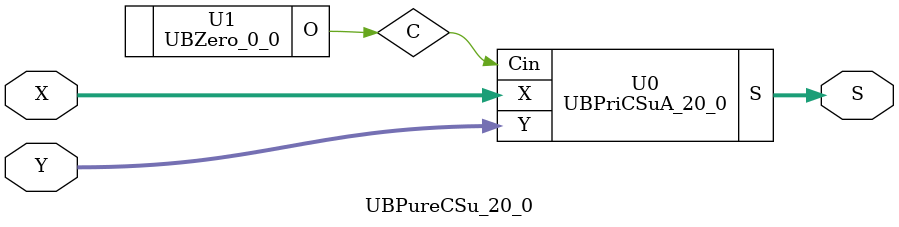
<source format=v>
/*----------------------------------------------------------------------------
  Copyright (c) 2021 Homma laboratory. All rights reserved.

  Top module: UBCSu_20_0_20_0

  Operand-1 length: 21
  Operand-2 length: 21
  Two-operand addition algorithm: Conditional sum adder
----------------------------------------------------------------------------*/

module UBFA_0(C, S, X, Y, Z);
  output C;
  output S;
  input X;
  input Y;
  input Z;
  assign C = ( X & Y ) | ( Y & Z ) | ( Z & X );
  assign S = X ^ Y ^ Z;
endmodule

module UBHCSuB_0_0(C, S, X, Y, Ci);
  output C;
  output S;
  input Ci;
  input X;
  input Y;
  UBFA_0 U0 (C, S, X, Y, Ci);
endmodule

module UBZero_1_1(O);
  output [1:1] O;
  assign O[1] = 0;
endmodule

module UBOne_1(O);
  output O;
  assign O = 1;
endmodule

module UBFA_1(C, S, X, Y, Z);
  output C;
  output S;
  input X;
  input Y;
  input Z;
  assign C = ( X & Y ) | ( Y & Z ) | ( Z & X );
  assign S = X ^ Y ^ Z;
endmodule

module UBCSuB_1_1(C_0, C_1, S_0, S_1, X, Y);
  output C_0;
  output C_1;
  output S_0;
  output S_1;
  input X;
  input Y;
  wire Ci_0;
  wire Ci_1;
  wire Co_0;
  wire Co_1;
  assign C_0 = ( Co_0 & ( ~ Ci_0 ) ) | ( Co_1 & Ci_0 );
  assign C_1 = ( Co_0 & ( ~ Ci_1 ) ) | ( Co_1 & Ci_1 );
  UBZero_1_1 U0 (Ci_0);
  UBOne_1 U1 (Ci_1);
  UBFA_1 U2 (Co_0, S_0, X, Y, Ci_0);
  UBFA_1 U3 (Co_1, S_1, X, Y, Ci_1);
endmodule

module UBHCSuB_1_0(C, S, X, Y, Ci);
  output C;
  output [1:0] S;
  input Ci;
  input [1:0] X;
  input [1:0] Y;
  wire C_0;
  wire C_1;
  wire Co;
  wire S_0;
  wire S_1;
  assign S[1] = ( S_0 & ( ~ Co ) ) | ( S_1 & Co );
  assign C = ( C_0 & ( ~ Co ) ) | ( C_1 & Co );
  UBHCSuB_0_0 U0 (Co, S[0], X[0], Y[0], Ci);
  UBCSuB_1_1 U1 (C_0, C_1, S_0, S_1, X[1], Y[1]);
endmodule

module UBZero_2_2(O);
  output [2:2] O;
  assign O[2] = 0;
endmodule

module UBOne_2(O);
  output O;
  assign O = 1;
endmodule

module UBFA_2(C, S, X, Y, Z);
  output C;
  output S;
  input X;
  input Y;
  input Z;
  assign C = ( X & Y ) | ( Y & Z ) | ( Z & X );
  assign S = X ^ Y ^ Z;
endmodule

module UBCSuB_2_2(C_0, C_1, S_0, S_1, X, Y);
  output C_0;
  output C_1;
  output S_0;
  output S_1;
  input X;
  input Y;
  wire Ci_0;
  wire Ci_1;
  wire Co_0;
  wire Co_1;
  assign C_0 = ( Co_0 & ( ~ Ci_0 ) ) | ( Co_1 & Ci_0 );
  assign C_1 = ( Co_0 & ( ~ Ci_1 ) ) | ( Co_1 & Ci_1 );
  UBZero_2_2 U0 (Ci_0);
  UBOne_2 U1 (Ci_1);
  UBFA_2 U2 (Co_0, S_0, X, Y, Ci_0);
  UBFA_2 U3 (Co_1, S_1, X, Y, Ci_1);
endmodule

module UBHCSuB_2_0(C, S, X, Y, Ci);
  output C;
  output [2:0] S;
  input Ci;
  input [2:0] X;
  input [2:0] Y;
  wire C_0;
  wire C_1;
  wire Co;
  wire S_0;
  wire S_1;
  assign S[2] = ( S_0 & ( ~ Co ) ) | ( S_1 & Co );
  assign C = ( C_0 & ( ~ Co ) ) | ( C_1 & Co );
  UBHCSuB_1_0 U0 (Co, S[1:0], X[1:0], Y[1:0], Ci);
  UBCSuB_2_2 U1 (C_0, C_1, S_0, S_1, X[2], Y[2]);
endmodule

module UBZero_3_3(O);
  output [3:3] O;
  assign O[3] = 0;
endmodule

module UBOne_3(O);
  output O;
  assign O = 1;
endmodule

module UBFA_3(C, S, X, Y, Z);
  output C;
  output S;
  input X;
  input Y;
  input Z;
  assign C = ( X & Y ) | ( Y & Z ) | ( Z & X );
  assign S = X ^ Y ^ Z;
endmodule

module UBCSuB_3_3(C_0, C_1, S_0, S_1, X, Y);
  output C_0;
  output C_1;
  output S_0;
  output S_1;
  input X;
  input Y;
  wire Ci_0;
  wire Ci_1;
  wire Co_0;
  wire Co_1;
  assign C_0 = ( Co_0 & ( ~ Ci_0 ) ) | ( Co_1 & Ci_0 );
  assign C_1 = ( Co_0 & ( ~ Ci_1 ) ) | ( Co_1 & Ci_1 );
  UBZero_3_3 U0 (Ci_0);
  UBOne_3 U1 (Ci_1);
  UBFA_3 U2 (Co_0, S_0, X, Y, Ci_0);
  UBFA_3 U3 (Co_1, S_1, X, Y, Ci_1);
endmodule

module UBZero_4_4(O);
  output [4:4] O;
  assign O[4] = 0;
endmodule

module UBOne_4(O);
  output O;
  assign O = 1;
endmodule

module UBFA_4(C, S, X, Y, Z);
  output C;
  output S;
  input X;
  input Y;
  input Z;
  assign C = ( X & Y ) | ( Y & Z ) | ( Z & X );
  assign S = X ^ Y ^ Z;
endmodule

module UBCSuB_4_4(C_0, C_1, S_0, S_1, X, Y);
  output C_0;
  output C_1;
  output S_0;
  output S_1;
  input X;
  input Y;
  wire Ci_0;
  wire Ci_1;
  wire Co_0;
  wire Co_1;
  assign C_0 = ( Co_0 & ( ~ Ci_0 ) ) | ( Co_1 & Ci_0 );
  assign C_1 = ( Co_0 & ( ~ Ci_1 ) ) | ( Co_1 & Ci_1 );
  UBZero_4_4 U0 (Ci_0);
  UBOne_4 U1 (Ci_1);
  UBFA_4 U2 (Co_0, S_0, X, Y, Ci_0);
  UBFA_4 U3 (Co_1, S_1, X, Y, Ci_1);
endmodule

module UBCSuB_4_3(C_0, C_1, S_0, S_1, X, Y);
  output C_0;
  output C_1;
  output [4:3] S_0;
  output [4:3] S_1;
  input [4:3] X;
  input [4:3] Y;
  wire Ci_0;
  wire Ci_1;
  wire Co_0;
  wire Co_1;
  wire So_0;
  wire So_1;
  assign S_0[4] = ( So_0 & ( ~ Ci_0 ) ) | ( So_1 & Ci_0 );
  assign C_0 = ( Co_0 & ( ~ Ci_0 ) ) | ( Co_1 & Ci_0 );
  assign S_1[4] = ( So_0 & ( ~ Ci_1 ) ) | ( So_1 & Ci_1 );
  assign C_1 = ( Co_0 & ( ~ Ci_1 ) ) | ( Co_1 & Ci_1 );
  UBCSuB_3_3 U0 (Ci_0, Ci_1, S_0[3], S_1[3], X[3], Y[3]);
  UBCSuB_4_4 U1 (Co_0, Co_1, So_0, So_1, X[4], Y[4]);
endmodule

module UBZero_5_5(O);
  output [5:5] O;
  assign O[5] = 0;
endmodule

module UBOne_5(O);
  output O;
  assign O = 1;
endmodule

module UBFA_5(C, S, X, Y, Z);
  output C;
  output S;
  input X;
  input Y;
  input Z;
  assign C = ( X & Y ) | ( Y & Z ) | ( Z & X );
  assign S = X ^ Y ^ Z;
endmodule

module UBCSuB_5_5(C_0, C_1, S_0, S_1, X, Y);
  output C_0;
  output C_1;
  output S_0;
  output S_1;
  input X;
  input Y;
  wire Ci_0;
  wire Ci_1;
  wire Co_0;
  wire Co_1;
  assign C_0 = ( Co_0 & ( ~ Ci_0 ) ) | ( Co_1 & Ci_0 );
  assign C_1 = ( Co_0 & ( ~ Ci_1 ) ) | ( Co_1 & Ci_1 );
  UBZero_5_5 U0 (Ci_0);
  UBOne_5 U1 (Ci_1);
  UBFA_5 U2 (Co_0, S_0, X, Y, Ci_0);
  UBFA_5 U3 (Co_1, S_1, X, Y, Ci_1);
endmodule

module UBCSuB_5_3(C_0, C_1, S_0, S_1, X, Y);
  output C_0;
  output C_1;
  output [5:3] S_0;
  output [5:3] S_1;
  input [5:3] X;
  input [5:3] Y;
  wire Ci_0;
  wire Ci_1;
  wire Co_0;
  wire Co_1;
  wire [5:5] So_0;
  wire [5:5] So_1;
  assign S_0[5] = ( So_0 & ( ~ Ci_0 ) ) | ( So_1 & Ci_0 );
  assign C_0 = ( Co_0 & ( ~ Ci_0 ) ) | ( Co_1 & Ci_0 );
  assign S_1[5] = ( So_0 & ( ~ Ci_1 ) ) | ( So_1 & Ci_1 );
  assign C_1 = ( Co_0 & ( ~ Ci_1 ) ) | ( Co_1 & Ci_1 );
  UBCSuB_4_3 U0 (Ci_0, Ci_1, S_0[4:3], S_1[4:3], X[4:3], Y[4:3]);
  UBCSuB_5_5 U1 (Co_0, Co_1, So_0, So_1, X[5], Y[5]);
endmodule

module UBHCSuB_5_0(C, S, X, Y, Ci);
  output C;
  output [5:0] S;
  input Ci;
  input [5:0] X;
  input [5:0] Y;
  wire C_0;
  wire C_1;
  wire Co;
  wire [5:3] S_0;
  wire [5:3] S_1;
  assign S[3] = ( S_0[3] & ( ~ Co ) ) | ( S_1[3] & Co );
  assign S[4] = ( S_0[4] & ( ~ Co ) ) | ( S_1[4] & Co );
  assign S[5] = ( S_0[5] & ( ~ Co ) ) | ( S_1[5] & Co );
  assign C = ( C_0 & ( ~ Co ) ) | ( C_1 & Co );
  UBHCSuB_2_0 U0 (Co, S[2:0], X[2:0], Y[2:0], Ci);
  UBCSuB_5_3 U1 (C_0, C_1, S_0, S_1, X[5:3], Y[5:3]);
endmodule

module UBZero_6_6(O);
  output [6:6] O;
  assign O[6] = 0;
endmodule

module UBOne_6(O);
  output O;
  assign O = 1;
endmodule

module UBFA_6(C, S, X, Y, Z);
  output C;
  output S;
  input X;
  input Y;
  input Z;
  assign C = ( X & Y ) | ( Y & Z ) | ( Z & X );
  assign S = X ^ Y ^ Z;
endmodule

module UBCSuB_6_6(C_0, C_1, S_0, S_1, X, Y);
  output C_0;
  output C_1;
  output S_0;
  output S_1;
  input X;
  input Y;
  wire Ci_0;
  wire Ci_1;
  wire Co_0;
  wire Co_1;
  assign C_0 = ( Co_0 & ( ~ Ci_0 ) ) | ( Co_1 & Ci_0 );
  assign C_1 = ( Co_0 & ( ~ Ci_1 ) ) | ( Co_1 & Ci_1 );
  UBZero_6_6 U0 (Ci_0);
  UBOne_6 U1 (Ci_1);
  UBFA_6 U2 (Co_0, S_0, X, Y, Ci_0);
  UBFA_6 U3 (Co_1, S_1, X, Y, Ci_1);
endmodule

module UBZero_7_7(O);
  output [7:7] O;
  assign O[7] = 0;
endmodule

module UBOne_7(O);
  output O;
  assign O = 1;
endmodule

module UBFA_7(C, S, X, Y, Z);
  output C;
  output S;
  input X;
  input Y;
  input Z;
  assign C = ( X & Y ) | ( Y & Z ) | ( Z & X );
  assign S = X ^ Y ^ Z;
endmodule

module UBCSuB_7_7(C_0, C_1, S_0, S_1, X, Y);
  output C_0;
  output C_1;
  output S_0;
  output S_1;
  input X;
  input Y;
  wire Ci_0;
  wire Ci_1;
  wire Co_0;
  wire Co_1;
  assign C_0 = ( Co_0 & ( ~ Ci_0 ) ) | ( Co_1 & Ci_0 );
  assign C_1 = ( Co_0 & ( ~ Ci_1 ) ) | ( Co_1 & Ci_1 );
  UBZero_7_7 U0 (Ci_0);
  UBOne_7 U1 (Ci_1);
  UBFA_7 U2 (Co_0, S_0, X, Y, Ci_0);
  UBFA_7 U3 (Co_1, S_1, X, Y, Ci_1);
endmodule

module UBCSuB_7_6(C_0, C_1, S_0, S_1, X, Y);
  output C_0;
  output C_1;
  output [7:6] S_0;
  output [7:6] S_1;
  input [7:6] X;
  input [7:6] Y;
  wire Ci_0;
  wire Ci_1;
  wire Co_0;
  wire Co_1;
  wire So_0;
  wire So_1;
  assign S_0[7] = ( So_0 & ( ~ Ci_0 ) ) | ( So_1 & Ci_0 );
  assign C_0 = ( Co_0 & ( ~ Ci_0 ) ) | ( Co_1 & Ci_0 );
  assign S_1[7] = ( So_0 & ( ~ Ci_1 ) ) | ( So_1 & Ci_1 );
  assign C_1 = ( Co_0 & ( ~ Ci_1 ) ) | ( Co_1 & Ci_1 );
  UBCSuB_6_6 U0 (Ci_0, Ci_1, S_0[6], S_1[6], X[6], Y[6]);
  UBCSuB_7_7 U1 (Co_0, Co_1, So_0, So_1, X[7], Y[7]);
endmodule

module UBZero_8_8(O);
  output [8:8] O;
  assign O[8] = 0;
endmodule

module UBOne_8(O);
  output O;
  assign O = 1;
endmodule

module UBFA_8(C, S, X, Y, Z);
  output C;
  output S;
  input X;
  input Y;
  input Z;
  assign C = ( X & Y ) | ( Y & Z ) | ( Z & X );
  assign S = X ^ Y ^ Z;
endmodule

module UBCSuB_8_8(C_0, C_1, S_0, S_1, X, Y);
  output C_0;
  output C_1;
  output S_0;
  output S_1;
  input X;
  input Y;
  wire Ci_0;
  wire Ci_1;
  wire Co_0;
  wire Co_1;
  assign C_0 = ( Co_0 & ( ~ Ci_0 ) ) | ( Co_1 & Ci_0 );
  assign C_1 = ( Co_0 & ( ~ Ci_1 ) ) | ( Co_1 & Ci_1 );
  UBZero_8_8 U0 (Ci_0);
  UBOne_8 U1 (Ci_1);
  UBFA_8 U2 (Co_0, S_0, X, Y, Ci_0);
  UBFA_8 U3 (Co_1, S_1, X, Y, Ci_1);
endmodule

module UBCSuB_8_6(C_0, C_1, S_0, S_1, X, Y);
  output C_0;
  output C_1;
  output [8:6] S_0;
  output [8:6] S_1;
  input [8:6] X;
  input [8:6] Y;
  wire Ci_0;
  wire Ci_1;
  wire Co_0;
  wire Co_1;
  wire [8:8] So_0;
  wire [8:8] So_1;
  assign S_0[8] = ( So_0 & ( ~ Ci_0 ) ) | ( So_1 & Ci_0 );
  assign C_0 = ( Co_0 & ( ~ Ci_0 ) ) | ( Co_1 & Ci_0 );
  assign S_1[8] = ( So_0 & ( ~ Ci_1 ) ) | ( So_1 & Ci_1 );
  assign C_1 = ( Co_0 & ( ~ Ci_1 ) ) | ( Co_1 & Ci_1 );
  UBCSuB_7_6 U0 (Ci_0, Ci_1, S_0[7:6], S_1[7:6], X[7:6], Y[7:6]);
  UBCSuB_8_8 U1 (Co_0, Co_1, So_0, So_1, X[8], Y[8]);
endmodule

module UBZero_9_9(O);
  output [9:9] O;
  assign O[9] = 0;
endmodule

module UBOne_9(O);
  output O;
  assign O = 1;
endmodule

module UBFA_9(C, S, X, Y, Z);
  output C;
  output S;
  input X;
  input Y;
  input Z;
  assign C = ( X & Y ) | ( Y & Z ) | ( Z & X );
  assign S = X ^ Y ^ Z;
endmodule

module UBCSuB_9_9(C_0, C_1, S_0, S_1, X, Y);
  output C_0;
  output C_1;
  output S_0;
  output S_1;
  input X;
  input Y;
  wire Ci_0;
  wire Ci_1;
  wire Co_0;
  wire Co_1;
  assign C_0 = ( Co_0 & ( ~ Ci_0 ) ) | ( Co_1 & Ci_0 );
  assign C_1 = ( Co_0 & ( ~ Ci_1 ) ) | ( Co_1 & Ci_1 );
  UBZero_9_9 U0 (Ci_0);
  UBOne_9 U1 (Ci_1);
  UBFA_9 U2 (Co_0, S_0, X, Y, Ci_0);
  UBFA_9 U3 (Co_1, S_1, X, Y, Ci_1);
endmodule

module UBZero_10_10(O);
  output [10:10] O;
  assign O[10] = 0;
endmodule

module UBOne_10(O);
  output O;
  assign O = 1;
endmodule

module UBFA_10(C, S, X, Y, Z);
  output C;
  output S;
  input X;
  input Y;
  input Z;
  assign C = ( X & Y ) | ( Y & Z ) | ( Z & X );
  assign S = X ^ Y ^ Z;
endmodule

module UBCSuB_10_10(C_0, C_1, S_0, S_1, X, Y);
  output C_0;
  output C_1;
  output S_0;
  output S_1;
  input X;
  input Y;
  wire Ci_0;
  wire Ci_1;
  wire Co_0;
  wire Co_1;
  assign C_0 = ( Co_0 & ( ~ Ci_0 ) ) | ( Co_1 & Ci_0 );
  assign C_1 = ( Co_0 & ( ~ Ci_1 ) ) | ( Co_1 & Ci_1 );
  UBZero_10_10 U0 (Ci_0);
  UBOne_10 U1 (Ci_1);
  UBFA_10 U2 (Co_0, S_0, X, Y, Ci_0);
  UBFA_10 U3 (Co_1, S_1, X, Y, Ci_1);
endmodule

module UBCSuB_10_9(C_0, C_1, S_0, S_1, X, Y);
  output C_0;
  output C_1;
  output [10:9] S_0;
  output [10:9] S_1;
  input [10:9] X;
  input [10:9] Y;
  wire Ci_0;
  wire Ci_1;
  wire Co_0;
  wire Co_1;
  wire So_0;
  wire So_1;
  assign S_0[10] = ( So_0 & ( ~ Ci_0 ) ) | ( So_1 & Ci_0 );
  assign C_0 = ( Co_0 & ( ~ Ci_0 ) ) | ( Co_1 & Ci_0 );
  assign S_1[10] = ( So_0 & ( ~ Ci_1 ) ) | ( So_1 & Ci_1 );
  assign C_1 = ( Co_0 & ( ~ Ci_1 ) ) | ( Co_1 & Ci_1 );
  UBCSuB_9_9 U0 (Ci_0, Ci_1, S_0[9], S_1[9], X[9], Y[9]);
  UBCSuB_10_10 U1 (Co_0, Co_1, So_0, So_1, X[10], Y[10]);
endmodule

module UBCSuB_10_6(C_0, C_1, S_0, S_1, X, Y);
  output C_0;
  output C_1;
  output [10:6] S_0;
  output [10:6] S_1;
  input [10:6] X;
  input [10:6] Y;
  wire Ci_0;
  wire Ci_1;
  wire Co_0;
  wire Co_1;
  wire [10:9] So_0;
  wire [10:9] So_1;
  assign S_0[9] = ( So_0[9] & ( ~ Ci_0 ) ) | ( So_1[9] & Ci_0 );
  assign S_0[10] = ( So_0[10] & ( ~ Ci_0 ) ) | ( So_1[10] & Ci_0 );
  assign C_0 = ( Co_0 & ( ~ Ci_0 ) ) | ( Co_1 & Ci_0 );
  assign S_1[9] = ( So_0[9] & ( ~ Ci_1 ) ) | ( So_1[9] & Ci_1 );
  assign S_1[10] = ( So_0[10] & ( ~ Ci_1 ) ) | ( So_1[10] & Ci_1 );
  assign C_1 = ( Co_0 & ( ~ Ci_1 ) ) | ( Co_1 & Ci_1 );
  UBCSuB_8_6 U0 (Ci_0, Ci_1, S_0[8:6], S_1[8:6], X[8:6], Y[8:6]);
  UBCSuB_10_9 U1 (Co_0, Co_1, So_0, So_1, X[10:9], Y[10:9]);
endmodule

module UBHCSuB_10_0(C, S, X, Y, Ci);
  output C;
  output [10:0] S;
  input Ci;
  input [10:0] X;
  input [10:0] Y;
  wire C_0;
  wire C_1;
  wire Co;
  wire [10:6] S_0;
  wire [10:6] S_1;
  assign S[6] = ( S_0[6] & ( ~ Co ) ) | ( S_1[6] & Co );
  assign S[7] = ( S_0[7] & ( ~ Co ) ) | ( S_1[7] & Co );
  assign S[8] = ( S_0[8] & ( ~ Co ) ) | ( S_1[8] & Co );
  assign S[9] = ( S_0[9] & ( ~ Co ) ) | ( S_1[9] & Co );
  assign S[10] = ( S_0[10] & ( ~ Co ) ) | ( S_1[10] & Co );
  assign C = ( C_0 & ( ~ Co ) ) | ( C_1 & Co );
  UBHCSuB_5_0 U0 (Co, S[5:0], X[5:0], Y[5:0], Ci);
  UBCSuB_10_6 U1 (C_0, C_1, S_0, S_1, X[10:6], Y[10:6]);
endmodule

module UBZero_11_11(O);
  output [11:11] O;
  assign O[11] = 0;
endmodule

module UBOne_11(O);
  output O;
  assign O = 1;
endmodule

module UBFA_11(C, S, X, Y, Z);
  output C;
  output S;
  input X;
  input Y;
  input Z;
  assign C = ( X & Y ) | ( Y & Z ) | ( Z & X );
  assign S = X ^ Y ^ Z;
endmodule

module UBCSuB_11_11(C_0, C_1, S_0, S_1, X, Y);
  output C_0;
  output C_1;
  output S_0;
  output S_1;
  input X;
  input Y;
  wire Ci_0;
  wire Ci_1;
  wire Co_0;
  wire Co_1;
  assign C_0 = ( Co_0 & ( ~ Ci_0 ) ) | ( Co_1 & Ci_0 );
  assign C_1 = ( Co_0 & ( ~ Ci_1 ) ) | ( Co_1 & Ci_1 );
  UBZero_11_11 U0 (Ci_0);
  UBOne_11 U1 (Ci_1);
  UBFA_11 U2 (Co_0, S_0, X, Y, Ci_0);
  UBFA_11 U3 (Co_1, S_1, X, Y, Ci_1);
endmodule

module UBZero_12_12(O);
  output [12:12] O;
  assign O[12] = 0;
endmodule

module UBOne_12(O);
  output O;
  assign O = 1;
endmodule

module UBFA_12(C, S, X, Y, Z);
  output C;
  output S;
  input X;
  input Y;
  input Z;
  assign C = ( X & Y ) | ( Y & Z ) | ( Z & X );
  assign S = X ^ Y ^ Z;
endmodule

module UBCSuB_12_12(C_0, C_1, S_0, S_1, X, Y);
  output C_0;
  output C_1;
  output S_0;
  output S_1;
  input X;
  input Y;
  wire Ci_0;
  wire Ci_1;
  wire Co_0;
  wire Co_1;
  assign C_0 = ( Co_0 & ( ~ Ci_0 ) ) | ( Co_1 & Ci_0 );
  assign C_1 = ( Co_0 & ( ~ Ci_1 ) ) | ( Co_1 & Ci_1 );
  UBZero_12_12 U0 (Ci_0);
  UBOne_12 U1 (Ci_1);
  UBFA_12 U2 (Co_0, S_0, X, Y, Ci_0);
  UBFA_12 U3 (Co_1, S_1, X, Y, Ci_1);
endmodule

module UBCSuB_12_11(C_0, C_1, S_0, S_1, X, Y);
  output C_0;
  output C_1;
  output [12:11] S_0;
  output [12:11] S_1;
  input [12:11] X;
  input [12:11] Y;
  wire Ci_0;
  wire Ci_1;
  wire Co_0;
  wire Co_1;
  wire So_0;
  wire So_1;
  assign S_0[12] = ( So_0 & ( ~ Ci_0 ) ) | ( So_1 & Ci_0 );
  assign C_0 = ( Co_0 & ( ~ Ci_0 ) ) | ( Co_1 & Ci_0 );
  assign S_1[12] = ( So_0 & ( ~ Ci_1 ) ) | ( So_1 & Ci_1 );
  assign C_1 = ( Co_0 & ( ~ Ci_1 ) ) | ( Co_1 & Ci_1 );
  UBCSuB_11_11 U0 (Ci_0, Ci_1, S_0[11], S_1[11], X[11], Y[11]);
  UBCSuB_12_12 U1 (Co_0, Co_1, So_0, So_1, X[12], Y[12]);
endmodule

module UBZero_13_13(O);
  output [13:13] O;
  assign O[13] = 0;
endmodule

module UBOne_13(O);
  output O;
  assign O = 1;
endmodule

module UBFA_13(C, S, X, Y, Z);
  output C;
  output S;
  input X;
  input Y;
  input Z;
  assign C = ( X & Y ) | ( Y & Z ) | ( Z & X );
  assign S = X ^ Y ^ Z;
endmodule

module UBCSuB_13_13(C_0, C_1, S_0, S_1, X, Y);
  output C_0;
  output C_1;
  output S_0;
  output S_1;
  input X;
  input Y;
  wire Ci_0;
  wire Ci_1;
  wire Co_0;
  wire Co_1;
  assign C_0 = ( Co_0 & ( ~ Ci_0 ) ) | ( Co_1 & Ci_0 );
  assign C_1 = ( Co_0 & ( ~ Ci_1 ) ) | ( Co_1 & Ci_1 );
  UBZero_13_13 U0 (Ci_0);
  UBOne_13 U1 (Ci_1);
  UBFA_13 U2 (Co_0, S_0, X, Y, Ci_0);
  UBFA_13 U3 (Co_1, S_1, X, Y, Ci_1);
endmodule

module UBCSuB_13_11(C_0, C_1, S_0, S_1, X, Y);
  output C_0;
  output C_1;
  output [13:11] S_0;
  output [13:11] S_1;
  input [13:11] X;
  input [13:11] Y;
  wire Ci_0;
  wire Ci_1;
  wire Co_0;
  wire Co_1;
  wire [13:13] So_0;
  wire [13:13] So_1;
  assign S_0[13] = ( So_0 & ( ~ Ci_0 ) ) | ( So_1 & Ci_0 );
  assign C_0 = ( Co_0 & ( ~ Ci_0 ) ) | ( Co_1 & Ci_0 );
  assign S_1[13] = ( So_0 & ( ~ Ci_1 ) ) | ( So_1 & Ci_1 );
  assign C_1 = ( Co_0 & ( ~ Ci_1 ) ) | ( Co_1 & Ci_1 );
  UBCSuB_12_11 U0 (Ci_0, Ci_1, S_0[12:11], S_1[12:11], X[12:11], Y[12:11]);
  UBCSuB_13_13 U1 (Co_0, Co_1, So_0, So_1, X[13], Y[13]);
endmodule

module UBZero_14_14(O);
  output [14:14] O;
  assign O[14] = 0;
endmodule

module UBOne_14(O);
  output O;
  assign O = 1;
endmodule

module UBFA_14(C, S, X, Y, Z);
  output C;
  output S;
  input X;
  input Y;
  input Z;
  assign C = ( X & Y ) | ( Y & Z ) | ( Z & X );
  assign S = X ^ Y ^ Z;
endmodule

module UBCSuB_14_14(C_0, C_1, S_0, S_1, X, Y);
  output C_0;
  output C_1;
  output S_0;
  output S_1;
  input X;
  input Y;
  wire Ci_0;
  wire Ci_1;
  wire Co_0;
  wire Co_1;
  assign C_0 = ( Co_0 & ( ~ Ci_0 ) ) | ( Co_1 & Ci_0 );
  assign C_1 = ( Co_0 & ( ~ Ci_1 ) ) | ( Co_1 & Ci_1 );
  UBZero_14_14 U0 (Ci_0);
  UBOne_14 U1 (Ci_1);
  UBFA_14 U2 (Co_0, S_0, X, Y, Ci_0);
  UBFA_14 U3 (Co_1, S_1, X, Y, Ci_1);
endmodule

module UBZero_15_15(O);
  output [15:15] O;
  assign O[15] = 0;
endmodule

module UBOne_15(O);
  output O;
  assign O = 1;
endmodule

module UBFA_15(C, S, X, Y, Z);
  output C;
  output S;
  input X;
  input Y;
  input Z;
  assign C = ( X & Y ) | ( Y & Z ) | ( Z & X );
  assign S = X ^ Y ^ Z;
endmodule

module UBCSuB_15_15(C_0, C_1, S_0, S_1, X, Y);
  output C_0;
  output C_1;
  output S_0;
  output S_1;
  input X;
  input Y;
  wire Ci_0;
  wire Ci_1;
  wire Co_0;
  wire Co_1;
  assign C_0 = ( Co_0 & ( ~ Ci_0 ) ) | ( Co_1 & Ci_0 );
  assign C_1 = ( Co_0 & ( ~ Ci_1 ) ) | ( Co_1 & Ci_1 );
  UBZero_15_15 U0 (Ci_0);
  UBOne_15 U1 (Ci_1);
  UBFA_15 U2 (Co_0, S_0, X, Y, Ci_0);
  UBFA_15 U3 (Co_1, S_1, X, Y, Ci_1);
endmodule

module UBCSuB_15_14(C_0, C_1, S_0, S_1, X, Y);
  output C_0;
  output C_1;
  output [15:14] S_0;
  output [15:14] S_1;
  input [15:14] X;
  input [15:14] Y;
  wire Ci_0;
  wire Ci_1;
  wire Co_0;
  wire Co_1;
  wire So_0;
  wire So_1;
  assign S_0[15] = ( So_0 & ( ~ Ci_0 ) ) | ( So_1 & Ci_0 );
  assign C_0 = ( Co_0 & ( ~ Ci_0 ) ) | ( Co_1 & Ci_0 );
  assign S_1[15] = ( So_0 & ( ~ Ci_1 ) ) | ( So_1 & Ci_1 );
  assign C_1 = ( Co_0 & ( ~ Ci_1 ) ) | ( Co_1 & Ci_1 );
  UBCSuB_14_14 U0 (Ci_0, Ci_1, S_0[14], S_1[14], X[14], Y[14]);
  UBCSuB_15_15 U1 (Co_0, Co_1, So_0, So_1, X[15], Y[15]);
endmodule

module UBCSuB_15_11(C_0, C_1, S_0, S_1, X, Y);
  output C_0;
  output C_1;
  output [15:11] S_0;
  output [15:11] S_1;
  input [15:11] X;
  input [15:11] Y;
  wire Ci_0;
  wire Ci_1;
  wire Co_0;
  wire Co_1;
  wire [15:14] So_0;
  wire [15:14] So_1;
  assign S_0[14] = ( So_0[14] & ( ~ Ci_0 ) ) | ( So_1[14] & Ci_0 );
  assign S_0[15] = ( So_0[15] & ( ~ Ci_0 ) ) | ( So_1[15] & Ci_0 );
  assign C_0 = ( Co_0 & ( ~ Ci_0 ) ) | ( Co_1 & Ci_0 );
  assign S_1[14] = ( So_0[14] & ( ~ Ci_1 ) ) | ( So_1[14] & Ci_1 );
  assign S_1[15] = ( So_0[15] & ( ~ Ci_1 ) ) | ( So_1[15] & Ci_1 );
  assign C_1 = ( Co_0 & ( ~ Ci_1 ) ) | ( Co_1 & Ci_1 );
  UBCSuB_13_11 U0 (Ci_0, Ci_1, S_0[13:11], S_1[13:11], X[13:11], Y[13:11]);
  UBCSuB_15_14 U1 (Co_0, Co_1, So_0, So_1, X[15:14], Y[15:14]);
endmodule

module UBZero_16_16(O);
  output [16:16] O;
  assign O[16] = 0;
endmodule

module UBOne_16(O);
  output O;
  assign O = 1;
endmodule

module UBFA_16(C, S, X, Y, Z);
  output C;
  output S;
  input X;
  input Y;
  input Z;
  assign C = ( X & Y ) | ( Y & Z ) | ( Z & X );
  assign S = X ^ Y ^ Z;
endmodule

module UBCSuB_16_16(C_0, C_1, S_0, S_1, X, Y);
  output C_0;
  output C_1;
  output S_0;
  output S_1;
  input X;
  input Y;
  wire Ci_0;
  wire Ci_1;
  wire Co_0;
  wire Co_1;
  assign C_0 = ( Co_0 & ( ~ Ci_0 ) ) | ( Co_1 & Ci_0 );
  assign C_1 = ( Co_0 & ( ~ Ci_1 ) ) | ( Co_1 & Ci_1 );
  UBZero_16_16 U0 (Ci_0);
  UBOne_16 U1 (Ci_1);
  UBFA_16 U2 (Co_0, S_0, X, Y, Ci_0);
  UBFA_16 U3 (Co_1, S_1, X, Y, Ci_1);
endmodule

module UBZero_17_17(O);
  output [17:17] O;
  assign O[17] = 0;
endmodule

module UBOne_17(O);
  output O;
  assign O = 1;
endmodule

module UBFA_17(C, S, X, Y, Z);
  output C;
  output S;
  input X;
  input Y;
  input Z;
  assign C = ( X & Y ) | ( Y & Z ) | ( Z & X );
  assign S = X ^ Y ^ Z;
endmodule

module UBCSuB_17_17(C_0, C_1, S_0, S_1, X, Y);
  output C_0;
  output C_1;
  output S_0;
  output S_1;
  input X;
  input Y;
  wire Ci_0;
  wire Ci_1;
  wire Co_0;
  wire Co_1;
  assign C_0 = ( Co_0 & ( ~ Ci_0 ) ) | ( Co_1 & Ci_0 );
  assign C_1 = ( Co_0 & ( ~ Ci_1 ) ) | ( Co_1 & Ci_1 );
  UBZero_17_17 U0 (Ci_0);
  UBOne_17 U1 (Ci_1);
  UBFA_17 U2 (Co_0, S_0, X, Y, Ci_0);
  UBFA_17 U3 (Co_1, S_1, X, Y, Ci_1);
endmodule

module UBCSuB_17_16(C_0, C_1, S_0, S_1, X, Y);
  output C_0;
  output C_1;
  output [17:16] S_0;
  output [17:16] S_1;
  input [17:16] X;
  input [17:16] Y;
  wire Ci_0;
  wire Ci_1;
  wire Co_0;
  wire Co_1;
  wire So_0;
  wire So_1;
  assign S_0[17] = ( So_0 & ( ~ Ci_0 ) ) | ( So_1 & Ci_0 );
  assign C_0 = ( Co_0 & ( ~ Ci_0 ) ) | ( Co_1 & Ci_0 );
  assign S_1[17] = ( So_0 & ( ~ Ci_1 ) ) | ( So_1 & Ci_1 );
  assign C_1 = ( Co_0 & ( ~ Ci_1 ) ) | ( Co_1 & Ci_1 );
  UBCSuB_16_16 U0 (Ci_0, Ci_1, S_0[16], S_1[16], X[16], Y[16]);
  UBCSuB_17_17 U1 (Co_0, Co_1, So_0, So_1, X[17], Y[17]);
endmodule

module UBZero_18_18(O);
  output [18:18] O;
  assign O[18] = 0;
endmodule

module UBOne_18(O);
  output O;
  assign O = 1;
endmodule

module UBFA_18(C, S, X, Y, Z);
  output C;
  output S;
  input X;
  input Y;
  input Z;
  assign C = ( X & Y ) | ( Y & Z ) | ( Z & X );
  assign S = X ^ Y ^ Z;
endmodule

module UBCSuB_18_18(C_0, C_1, S_0, S_1, X, Y);
  output C_0;
  output C_1;
  output S_0;
  output S_1;
  input X;
  input Y;
  wire Ci_0;
  wire Ci_1;
  wire Co_0;
  wire Co_1;
  assign C_0 = ( Co_0 & ( ~ Ci_0 ) ) | ( Co_1 & Ci_0 );
  assign C_1 = ( Co_0 & ( ~ Ci_1 ) ) | ( Co_1 & Ci_1 );
  UBZero_18_18 U0 (Ci_0);
  UBOne_18 U1 (Ci_1);
  UBFA_18 U2 (Co_0, S_0, X, Y, Ci_0);
  UBFA_18 U3 (Co_1, S_1, X, Y, Ci_1);
endmodule

module UBCSuB_18_16(C_0, C_1, S_0, S_1, X, Y);
  output C_0;
  output C_1;
  output [18:16] S_0;
  output [18:16] S_1;
  input [18:16] X;
  input [18:16] Y;
  wire Ci_0;
  wire Ci_1;
  wire Co_0;
  wire Co_1;
  wire [18:18] So_0;
  wire [18:18] So_1;
  assign S_0[18] = ( So_0 & ( ~ Ci_0 ) ) | ( So_1 & Ci_0 );
  assign C_0 = ( Co_0 & ( ~ Ci_0 ) ) | ( Co_1 & Ci_0 );
  assign S_1[18] = ( So_0 & ( ~ Ci_1 ) ) | ( So_1 & Ci_1 );
  assign C_1 = ( Co_0 & ( ~ Ci_1 ) ) | ( Co_1 & Ci_1 );
  UBCSuB_17_16 U0 (Ci_0, Ci_1, S_0[17:16], S_1[17:16], X[17:16], Y[17:16]);
  UBCSuB_18_18 U1 (Co_0, Co_1, So_0, So_1, X[18], Y[18]);
endmodule

module UBZero_19_19(O);
  output [19:19] O;
  assign O[19] = 0;
endmodule

module UBOne_19(O);
  output O;
  assign O = 1;
endmodule

module UBFA_19(C, S, X, Y, Z);
  output C;
  output S;
  input X;
  input Y;
  input Z;
  assign C = ( X & Y ) | ( Y & Z ) | ( Z & X );
  assign S = X ^ Y ^ Z;
endmodule

module UBCSuB_19_19(C_0, C_1, S_0, S_1, X, Y);
  output C_0;
  output C_1;
  output S_0;
  output S_1;
  input X;
  input Y;
  wire Ci_0;
  wire Ci_1;
  wire Co_0;
  wire Co_1;
  assign C_0 = ( Co_0 & ( ~ Ci_0 ) ) | ( Co_1 & Ci_0 );
  assign C_1 = ( Co_0 & ( ~ Ci_1 ) ) | ( Co_1 & Ci_1 );
  UBZero_19_19 U0 (Ci_0);
  UBOne_19 U1 (Ci_1);
  UBFA_19 U2 (Co_0, S_0, X, Y, Ci_0);
  UBFA_19 U3 (Co_1, S_1, X, Y, Ci_1);
endmodule

module UBZero_20_20(O);
  output [20:20] O;
  assign O[20] = 0;
endmodule

module UBOne_20(O);
  output O;
  assign O = 1;
endmodule

module UBFA_20(C, S, X, Y, Z);
  output C;
  output S;
  input X;
  input Y;
  input Z;
  assign C = ( X & Y ) | ( Y & Z ) | ( Z & X );
  assign S = X ^ Y ^ Z;
endmodule

module UBCSuB_20_20(C_0, C_1, S_0, S_1, X, Y);
  output C_0;
  output C_1;
  output S_0;
  output S_1;
  input X;
  input Y;
  wire Ci_0;
  wire Ci_1;
  wire Co_0;
  wire Co_1;
  assign C_0 = ( Co_0 & ( ~ Ci_0 ) ) | ( Co_1 & Ci_0 );
  assign C_1 = ( Co_0 & ( ~ Ci_1 ) ) | ( Co_1 & Ci_1 );
  UBZero_20_20 U0 (Ci_0);
  UBOne_20 U1 (Ci_1);
  UBFA_20 U2 (Co_0, S_0, X, Y, Ci_0);
  UBFA_20 U3 (Co_1, S_1, X, Y, Ci_1);
endmodule

module UBCSuB_20_19(C_0, C_1, S_0, S_1, X, Y);
  output C_0;
  output C_1;
  output [20:19] S_0;
  output [20:19] S_1;
  input [20:19] X;
  input [20:19] Y;
  wire Ci_0;
  wire Ci_1;
  wire Co_0;
  wire Co_1;
  wire So_0;
  wire So_1;
  assign S_0[20] = ( So_0 & ( ~ Ci_0 ) ) | ( So_1 & Ci_0 );
  assign C_0 = ( Co_0 & ( ~ Ci_0 ) ) | ( Co_1 & Ci_0 );
  assign S_1[20] = ( So_0 & ( ~ Ci_1 ) ) | ( So_1 & Ci_1 );
  assign C_1 = ( Co_0 & ( ~ Ci_1 ) ) | ( Co_1 & Ci_1 );
  UBCSuB_19_19 U0 (Ci_0, Ci_1, S_0[19], S_1[19], X[19], Y[19]);
  UBCSuB_20_20 U1 (Co_0, Co_1, So_0, So_1, X[20], Y[20]);
endmodule

module UBCSuB_20_16(C_0, C_1, S_0, S_1, X, Y);
  output C_0;
  output C_1;
  output [20:16] S_0;
  output [20:16] S_1;
  input [20:16] X;
  input [20:16] Y;
  wire Ci_0;
  wire Ci_1;
  wire Co_0;
  wire Co_1;
  wire [20:19] So_0;
  wire [20:19] So_1;
  assign S_0[19] = ( So_0[19] & ( ~ Ci_0 ) ) | ( So_1[19] & Ci_0 );
  assign S_0[20] = ( So_0[20] & ( ~ Ci_0 ) ) | ( So_1[20] & Ci_0 );
  assign C_0 = ( Co_0 & ( ~ Ci_0 ) ) | ( Co_1 & Ci_0 );
  assign S_1[19] = ( So_0[19] & ( ~ Ci_1 ) ) | ( So_1[19] & Ci_1 );
  assign S_1[20] = ( So_0[20] & ( ~ Ci_1 ) ) | ( So_1[20] & Ci_1 );
  assign C_1 = ( Co_0 & ( ~ Ci_1 ) ) | ( Co_1 & Ci_1 );
  UBCSuB_18_16 U0 (Ci_0, Ci_1, S_0[18:16], S_1[18:16], X[18:16], Y[18:16]);
  UBCSuB_20_19 U1 (Co_0, Co_1, So_0, So_1, X[20:19], Y[20:19]);
endmodule

module UBCSuB_20_11(C_0, C_1, S_0, S_1, X, Y);
  output C_0;
  output C_1;
  output [20:11] S_0;
  output [20:11] S_1;
  input [20:11] X;
  input [20:11] Y;
  wire Ci_0;
  wire Ci_1;
  wire Co_0;
  wire Co_1;
  wire [20:16] So_0;
  wire [20:16] So_1;
  assign S_0[16] = ( So_0[16] & ( ~ Ci_0 ) ) | ( So_1[16] & Ci_0 );
  assign S_0[17] = ( So_0[17] & ( ~ Ci_0 ) ) | ( So_1[17] & Ci_0 );
  assign S_0[18] = ( So_0[18] & ( ~ Ci_0 ) ) | ( So_1[18] & Ci_0 );
  assign S_0[19] = ( So_0[19] & ( ~ Ci_0 ) ) | ( So_1[19] & Ci_0 );
  assign S_0[20] = ( So_0[20] & ( ~ Ci_0 ) ) | ( So_1[20] & Ci_0 );
  assign C_0 = ( Co_0 & ( ~ Ci_0 ) ) | ( Co_1 & Ci_0 );
  assign S_1[16] = ( So_0[16] & ( ~ Ci_1 ) ) | ( So_1[16] & Ci_1 );
  assign S_1[17] = ( So_0[17] & ( ~ Ci_1 ) ) | ( So_1[17] & Ci_1 );
  assign S_1[18] = ( So_0[18] & ( ~ Ci_1 ) ) | ( So_1[18] & Ci_1 );
  assign S_1[19] = ( So_0[19] & ( ~ Ci_1 ) ) | ( So_1[19] & Ci_1 );
  assign S_1[20] = ( So_0[20] & ( ~ Ci_1 ) ) | ( So_1[20] & Ci_1 );
  assign C_1 = ( Co_0 & ( ~ Ci_1 ) ) | ( Co_1 & Ci_1 );
  UBCSuB_15_11 U0 (Ci_0, Ci_1, S_0[15:11], S_1[15:11], X[15:11], Y[15:11]);
  UBCSuB_20_16 U1 (Co_0, Co_1, So_0, So_1, X[20:16], Y[20:16]);
endmodule

module UBPriCSuA_20_0(S, X, Y, Cin);
  output [21:0] S;
  input Cin;
  input [20:0] X;
  input [20:0] Y;
  wire C_0;
  wire C_1;
  wire Co;
  wire [20:11] S_0;
  wire [20:11] S_1;
  assign S[11] = ( S_0[11] & ( ~ Co ) ) | ( S_1[11] & Co );
  assign S[12] = ( S_0[12] & ( ~ Co ) ) | ( S_1[12] & Co );
  assign S[13] = ( S_0[13] & ( ~ Co ) ) | ( S_1[13] & Co );
  assign S[14] = ( S_0[14] & ( ~ Co ) ) | ( S_1[14] & Co );
  assign S[15] = ( S_0[15] & ( ~ Co ) ) | ( S_1[15] & Co );
  assign S[16] = ( S_0[16] & ( ~ Co ) ) | ( S_1[16] & Co );
  assign S[17] = ( S_0[17] & ( ~ Co ) ) | ( S_1[17] & Co );
  assign S[18] = ( S_0[18] & ( ~ Co ) ) | ( S_1[18] & Co );
  assign S[19] = ( S_0[19] & ( ~ Co ) ) | ( S_1[19] & Co );
  assign S[20] = ( S_0[20] & ( ~ Co ) ) | ( S_1[20] & Co );
  assign S[21] = ( C_0 & ( ~ Co ) ) | ( C_1 & Co );
  UBHCSuB_10_0 U0 (Co, S[10:0], X[10:0], Y[10:0], Cin);
  UBCSuB_20_11 U1 (C_0, C_1, S_0, S_1, X[20:11], Y[20:11]);
endmodule

module UBZero_0_0(O);
  output [0:0] O;
  assign O[0] = 0;
endmodule

module UBCSu_20_0_20_0 (S, X, Y);
  output [21:0] S;
  input [20:0] X;
  input [20:0] Y;
  UBPureCSu_20_0 U0 (S[21:0], X[20:0], Y[20:0]);
endmodule

module UBPureCSu_20_0 (S, X, Y);
  output [21:0] S;
  input [20:0] X;
  input [20:0] Y;
  wire C;
  UBPriCSuA_20_0 U0 (S, X, Y, C);
  UBZero_0_0 U1 (C);
endmodule


</source>
